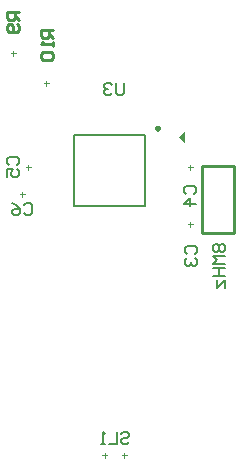
<source format=gbo>
%FSTAX24Y24*%
%MOIN*%
%SFA1B1*%

%IPPOS*%
%ADD10C,0.008000*%
%ADD11C,0.010000*%
%ADD12C,0.002000*%
%ADD14C,0.007900*%
%ADD63C,0.009800*%
%ADD64C,0.001000*%
%LNv3-1*%
%LPD*%
G36*
X04153Y0308D02*
X04133Y0306D01*
X04153Y0304*
Y0308*
G37*
G54D10*
X042533Y02704D02*
X042467Y026973D01*
Y02684*
X042533Y026773*
X0426*
X042667Y02684*
X042733Y026773*
X0428*
X042867Y02684*
Y026973*
X0428Y02704*
X042733*
X042667Y026973*
X0426Y02704*
X042533*
X042667Y026973D02*
Y02684D01*
X042867Y02664D02*
X042467D01*
X0426Y026507*
X042467Y026374*
X042867*
X042467Y02624D02*
X042867D01*
X042667*
Y025974*
X042467*
X042867*
X0426Y02584D02*
Y025574D01*
X042867Y02584*
Y025574*
X041579Y026704D02*
X041512Y026771D01*
Y026904*
X041579Y026971*
X041846*
X041912Y026904*
Y026771*
X041846Y026704*
X041579Y026571D02*
X041512Y026504D01*
Y026371*
X041579Y026304*
X041646*
X041712Y026371*
Y026438*
Y026371*
X041779Y026304*
X041846*
X041912Y026371*
Y026504*
X041846Y026571*
X041554Y028707D02*
X041487Y028774D01*
Y028907*
X041554Y028974*
X041821*
X041887Y028907*
Y028774*
X041821Y028707*
X041887Y028374D02*
X041487D01*
X041687Y028574*
Y028308*
X035654Y02968D02*
X035587Y029747D01*
Y02988*
X035654Y029947*
X03592*
X035987Y02988*
Y029747*
X03592Y02968*
X035587Y029281D02*
Y029547D01*
X035787*
X03572Y029414*
Y029347*
X035787Y029281*
X03592*
X035987Y029347*
Y02948*
X03592Y029547*
X036163Y028328D02*
X03623Y028395D01*
X036363*
X03643Y028328*
Y028062*
X036363Y027995*
X03623*
X036163Y028062*
X035763Y028395D02*
X035897Y028328D01*
X03603Y028195*
Y028062*
X035963Y027995*
X03583*
X035763Y028062*
Y028128*
X03583Y028195*
X03603*
X03939Y020702D02*
X039456Y020769D01*
X03959*
X039656Y020702*
Y020635*
X03959Y020569*
X039456*
X03939Y020502*
Y020435*
X039456Y020369*
X03959*
X039656Y020435*
X039257Y020769D02*
Y020369D01*
X03899*
X038857D02*
X038723D01*
X03879*
Y020769*
X038857Y020702*
X03949Y0324D02*
Y032067D01*
X039423Y032*
X03929*
X039223Y032067*
Y0324*
X03909Y032333D02*
X039023Y0324D01*
X03889*
X038824Y032333*
Y032267*
X03889Y0322*
X038957*
X03889*
X038824Y032133*
Y032067*
X03889Y032*
X039023*
X03909Y032067*
G54D11*
X0421Y02965D02*
X04315D01*
Y0274D02*
Y02965D01*
X0421Y0274D02*
X04315D01*
X0421D02*
Y02965D01*
X037122Y034183D02*
X036722D01*
Y033983*
X036789Y033916*
X036922*
X036989Y033983*
Y034183*
Y034049D02*
X037122Y033916D01*
Y033783D02*
Y03365D01*
Y033716*
X036722*
X036789Y033783*
Y03345D02*
X036722Y033383D01*
Y03325*
X036789Y033183*
X037055*
X037122Y03325*
Y033383*
X037055Y03345*
X036789*
X036001Y034764D02*
X035601D01*
Y034564*
X035668Y034498*
X035801*
X035867Y034564*
Y034764*
Y034631D02*
X036001Y034498D01*
X035934Y034364D02*
X036001Y034298D01*
Y034164*
X035934Y034098*
X035668*
X035601Y034164*
Y034298*
X035668Y034364*
X035734*
X035801Y034298*
Y034098*
G54D12*
X035721Y0334D02*
X035879D01*
X0358Y033321D02*
Y033479D01*
X0369Y032321D02*
Y032479D01*
X036821Y0324D02*
X036979D01*
X041621Y0296D02*
X041779D01*
X0417Y029521D02*
Y029679D01*
X041621Y0277D02*
X041779D01*
X0417Y027621D02*
Y027779D01*
X036221Y0296D02*
X036379D01*
X0363Y029521D02*
Y029679D01*
X0361Y028621D02*
Y028779D01*
X036021Y0287D02*
X036179D01*
G54D14*
X037819Y028319D02*
X040181D01*
X037819Y030681D02*
X040181D01*
Y028319D02*
Y030681D01*
X037819Y028319D02*
Y030681D01*
G54D63*
X040654Y030907D02*
D01*
X040653Y03091*
X040653Y030913*
X040652Y030917*
X040652Y03092*
X040651Y030923*
X040649Y030926*
X040648Y03093*
X040646Y030932*
X040644Y030935*
X040642Y030938*
X04064Y030941*
X040637Y030943*
X040635Y030945*
X040632Y030947*
X040629Y030949*
X040626Y030951*
X040623Y030952*
X04062Y030953*
X040616Y030954*
X040613Y030955*
X04061Y030955*
X040606Y030955*
X040603*
X040599Y030955*
X040596Y030955*
X040593Y030954*
X040589Y030953*
X040586Y030952*
X040583Y030951*
X04058Y030949*
X040577Y030947*
X040574Y030945*
X040572Y030943*
X040569Y030941*
X040567Y030938*
X040565Y030935*
X040563Y030932*
X040561Y03093*
X04056Y030926*
X040558Y030923*
X040557Y03092*
X040557Y030917*
X040556Y030913*
X040556Y03091*
X040556Y030907*
X040556Y030903*
X040556Y0309*
X040557Y030896*
X040557Y030893*
X040558Y03089*
X04056Y030887*
X040561Y030883*
X040563Y030881*
X040565Y030878*
X040567Y030875*
X040569Y030872*
X040572Y03087*
X040574Y030868*
X040577Y030866*
X04058Y030864*
X040583Y030862*
X040586Y030861*
X040589Y03086*
X040593Y030859*
X040596Y030858*
X040599Y030858*
X040603Y030858*
X040606*
X04061Y030858*
X040613Y030858*
X040616Y030859*
X04062Y03086*
X040623Y030861*
X040626Y030862*
X040629Y030864*
X040632Y030866*
X040635Y030868*
X040637Y03087*
X04064Y030872*
X040642Y030875*
X040644Y030878*
X040646Y030881*
X040648Y030883*
X040649Y030887*
X040651Y03089*
X040652Y030893*
X040652Y030896*
X040653Y0309*
X040653Y030903*
X040654Y030907*
G54D64*
X03885Y019921D02*
Y020079D01*
X038771Y02D02*
X038929D01*
X0395Y019921D02*
Y020079D01*
X039421Y02D02*
X039579D01*
M02*
</source>
